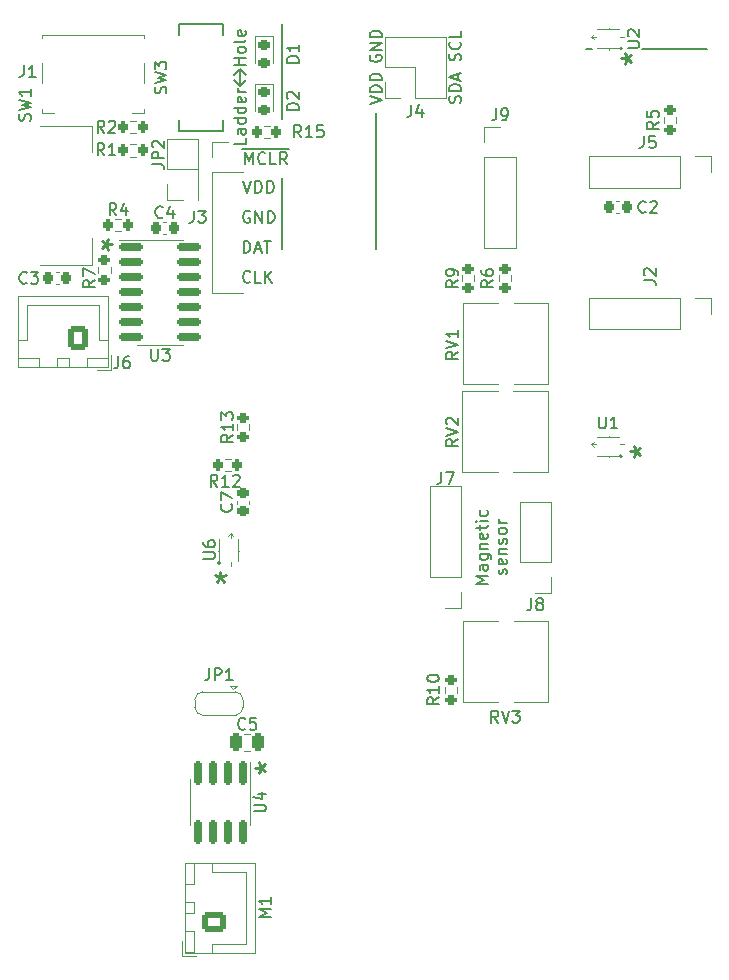
<source format=gto>
G04 #@! TF.GenerationSoftware,KiCad,Pcbnew,(6.0.10-0)*
G04 #@! TF.CreationDate,2024-01-08T12:33:33+09:00*
G04 #@! TF.ProjectId,AutoFeeder_Drum-type,4175746f-4665-4656-9465-725f4472756d,02*
G04 #@! TF.SameCoordinates,Original*
G04 #@! TF.FileFunction,Legend,Top*
G04 #@! TF.FilePolarity,Positive*
%FSLAX46Y46*%
G04 Gerber Fmt 4.6, Leading zero omitted, Abs format (unit mm)*
G04 Created by KiCad (PCBNEW (6.0.10-0)) date 2024-01-08 12:33:33*
%MOMM*%
%LPD*%
G01*
G04 APERTURE LIST*
G04 Aperture macros list*
%AMRoundRect*
0 Rectangle with rounded corners*
0 $1 Rounding radius*
0 $2 $3 $4 $5 $6 $7 $8 $9 X,Y pos of 4 corners*
0 Add a 4 corners polygon primitive as box body*
4,1,4,$2,$3,$4,$5,$6,$7,$8,$9,$2,$3,0*
0 Add four circle primitives for the rounded corners*
1,1,$1+$1,$2,$3*
1,1,$1+$1,$4,$5*
1,1,$1+$1,$6,$7*
1,1,$1+$1,$8,$9*
0 Add four rect primitives between the rounded corners*
20,1,$1+$1,$2,$3,$4,$5,0*
20,1,$1+$1,$4,$5,$6,$7,0*
20,1,$1+$1,$6,$7,$8,$9,0*
20,1,$1+$1,$8,$9,$2,$3,0*%
%AMFreePoly0*
4,1,22,0.550000,-0.750000,0.000000,-0.750000,0.000000,-0.745033,-0.079941,-0.743568,-0.215256,-0.701293,-0.333266,-0.622738,-0.424486,-0.514219,-0.481581,-0.384460,-0.499164,-0.250000,-0.500000,-0.250000,-0.500000,0.250000,-0.499164,0.250000,-0.499963,0.256109,-0.478152,0.396186,-0.417904,0.524511,-0.324060,0.630769,-0.204165,0.706417,-0.067858,0.745374,0.000000,0.744959,0.000000,0.750000,
0.550000,0.750000,0.550000,-0.750000,0.550000,-0.750000,$1*%
%AMFreePoly1*
4,1,20,0.000000,0.744959,0.073905,0.744508,0.209726,0.703889,0.328688,0.626782,0.421226,0.519385,0.479903,0.390333,0.500000,0.250000,0.500000,-0.250000,0.499851,-0.262216,0.476331,-0.402017,0.414519,-0.529596,0.319384,-0.634700,0.198574,-0.708877,0.061801,-0.746166,0.000000,-0.745033,0.000000,-0.750000,-0.550000,-0.750000,-0.550000,0.750000,0.000000,0.750000,0.000000,0.744959,
0.000000,0.744959,$1*%
G04 Aperture macros list end*
%ADD10C,0.150000*%
%ADD11C,0.250000*%
%ADD12C,0.120000*%
%ADD13C,0.100000*%
%ADD14C,0.200000*%
%ADD15R,0.700000X1.400000*%
%ADD16R,0.750000X1.400000*%
%ADD17R,0.800000X1.400000*%
%ADD18R,0.760000X1.400000*%
%ADD19O,1.100000X1.700000*%
%ADD20RoundRect,0.225000X-0.225000X-0.250000X0.225000X-0.250000X0.225000X0.250000X-0.225000X0.250000X0*%
%ADD21R,1.700000X1.700000*%
%ADD22O,1.700000X1.700000*%
%ADD23RoundRect,0.225000X-0.250000X0.225000X-0.250000X-0.225000X0.250000X-0.225000X0.250000X0.225000X0*%
%ADD24RoundRect,0.225000X0.225000X0.250000X-0.225000X0.250000X-0.225000X-0.250000X0.225000X-0.250000X0*%
%ADD25RoundRect,0.200000X-0.200000X-0.275000X0.200000X-0.275000X0.200000X0.275000X-0.200000X0.275000X0*%
%ADD26C,1.440000*%
%ADD27FreePoly0,180.000000*%
%ADD28R,1.000000X1.500000*%
%ADD29FreePoly1,180.000000*%
%ADD30C,1.100000*%
%ADD31R,1.800000X1.900000*%
%ADD32R,1.700000X1.800000*%
%ADD33C,2.000000*%
%ADD34R,0.400000X0.650000*%
%ADD35RoundRect,0.200000X0.275000X-0.200000X0.275000X0.200000X-0.275000X0.200000X-0.275000X-0.200000X0*%
%ADD36RoundRect,0.200000X0.200000X0.275000X-0.200000X0.275000X-0.200000X-0.275000X0.200000X-0.275000X0*%
%ADD37R,0.650000X0.400000*%
%ADD38RoundRect,0.200000X-0.275000X0.200000X-0.275000X-0.200000X0.275000X-0.200000X0.275000X0.200000X0*%
%ADD39RoundRect,0.150000X-0.150000X0.825000X-0.150000X-0.825000X0.150000X-0.825000X0.150000X0.825000X0*%
%ADD40C,2.200000*%
%ADD41RoundRect,0.250000X-0.250000X-0.475000X0.250000X-0.475000X0.250000X0.475000X-0.250000X0.475000X0*%
%ADD42RoundRect,0.150000X-0.825000X-0.150000X0.825000X-0.150000X0.825000X0.150000X-0.825000X0.150000X0*%
%ADD43RoundRect,0.218750X-0.256250X0.218750X-0.256250X-0.218750X0.256250X-0.218750X0.256250X0.218750X0*%
%ADD44RoundRect,0.250000X0.750000X-0.600000X0.750000X0.600000X-0.750000X0.600000X-0.750000X-0.600000X0*%
%ADD45O,2.000000X1.700000*%
%ADD46RoundRect,0.250000X0.600000X0.750000X-0.600000X0.750000X-0.600000X-0.750000X0.600000X-0.750000X0*%
%ADD47O,1.700000X2.000000*%
%ADD48C,1.700000*%
G04 APERTURE END LIST*
D10*
X155500000Y-65250000D02*
X156000000Y-65750000D01*
X155500000Y-64750000D02*
X156000000Y-64250000D01*
X167500000Y-68000000D02*
X167500000Y-79500000D01*
X190000000Y-62600000D02*
X195500000Y-62600000D01*
X150800000Y-68600000D02*
X150800000Y-69500000D01*
X156000000Y-65750000D02*
X156000000Y-64250000D01*
X154500000Y-69500000D02*
X154500000Y-68600000D01*
X156500000Y-65250000D02*
X156000000Y-65750000D01*
X150800000Y-60500000D02*
X150800000Y-61400000D01*
X150800000Y-69500000D02*
X154500000Y-69500000D01*
X156500000Y-64750000D02*
X156000000Y-64250000D01*
X154500000Y-60500000D02*
X150800000Y-60500000D01*
X159500000Y-73500000D02*
X159500000Y-79500000D01*
X159500000Y-60500000D02*
X159500000Y-68500000D01*
X185300000Y-62600000D02*
X185800000Y-62600000D01*
X154500000Y-61400000D02*
X154500000Y-60500000D01*
X156452380Y-70111714D02*
X156452380Y-70587904D01*
X155452380Y-70587904D01*
X156452380Y-69349809D02*
X155928571Y-69349809D01*
X155833333Y-69397428D01*
X155785714Y-69492666D01*
X155785714Y-69683142D01*
X155833333Y-69778380D01*
X156404761Y-69349809D02*
X156452380Y-69445047D01*
X156452380Y-69683142D01*
X156404761Y-69778380D01*
X156309523Y-69826000D01*
X156214285Y-69826000D01*
X156119047Y-69778380D01*
X156071428Y-69683142D01*
X156071428Y-69445047D01*
X156023809Y-69349809D01*
X156452380Y-68445047D02*
X155452380Y-68445047D01*
X156404761Y-68445047D02*
X156452380Y-68540285D01*
X156452380Y-68730761D01*
X156404761Y-68826000D01*
X156357142Y-68873619D01*
X156261904Y-68921238D01*
X155976190Y-68921238D01*
X155880952Y-68873619D01*
X155833333Y-68826000D01*
X155785714Y-68730761D01*
X155785714Y-68540285D01*
X155833333Y-68445047D01*
X156452380Y-67540285D02*
X155452380Y-67540285D01*
X156404761Y-67540285D02*
X156452380Y-67635523D01*
X156452380Y-67826000D01*
X156404761Y-67921238D01*
X156357142Y-67968857D01*
X156261904Y-68016476D01*
X155976190Y-68016476D01*
X155880952Y-67968857D01*
X155833333Y-67921238D01*
X155785714Y-67826000D01*
X155785714Y-67635523D01*
X155833333Y-67540285D01*
X156404761Y-66683142D02*
X156452380Y-66778380D01*
X156452380Y-66968857D01*
X156404761Y-67064095D01*
X156309523Y-67111714D01*
X155928571Y-67111714D01*
X155833333Y-67064095D01*
X155785714Y-66968857D01*
X155785714Y-66778380D01*
X155833333Y-66683142D01*
X155928571Y-66635523D01*
X156023809Y-66635523D01*
X156119047Y-67111714D01*
X156452380Y-66206952D02*
X155785714Y-66206952D01*
X155976190Y-66206952D02*
X155880952Y-66159333D01*
X155833333Y-66111714D01*
X155785714Y-66016476D01*
X155785714Y-65921238D01*
X166965380Y-67246333D02*
X167965380Y-66913000D01*
X166965380Y-66579666D01*
X167965380Y-66246333D02*
X166965380Y-66246333D01*
X166965380Y-66008238D01*
X167013000Y-65865380D01*
X167108238Y-65770142D01*
X167203476Y-65722523D01*
X167393952Y-65674904D01*
X167536809Y-65674904D01*
X167727285Y-65722523D01*
X167822523Y-65770142D01*
X167917761Y-65865380D01*
X167965380Y-66008238D01*
X167965380Y-66246333D01*
X167965380Y-65246333D02*
X166965380Y-65246333D01*
X166965380Y-65008238D01*
X167013000Y-64865380D01*
X167108238Y-64770142D01*
X167203476Y-64722523D01*
X167393952Y-64674904D01*
X167536809Y-64674904D01*
X167727285Y-64722523D01*
X167822523Y-64770142D01*
X167917761Y-64865380D01*
X167965380Y-65008238D01*
X167965380Y-65246333D01*
D11*
X189023761Y-96647000D02*
X189499952Y-96647000D01*
X189309476Y-97123190D02*
X189499952Y-96647000D01*
X189309476Y-96170809D01*
X189880904Y-96932714D02*
X189499952Y-96647000D01*
X189880904Y-96361285D01*
D10*
X174648761Y-63547476D02*
X174696380Y-63404619D01*
X174696380Y-63166523D01*
X174648761Y-63071285D01*
X174601142Y-63023666D01*
X174505904Y-62976047D01*
X174410666Y-62976047D01*
X174315428Y-63023666D01*
X174267809Y-63071285D01*
X174220190Y-63166523D01*
X174172571Y-63357000D01*
X174124952Y-63452238D01*
X174077333Y-63499857D01*
X173982095Y-63547476D01*
X173886857Y-63547476D01*
X173791619Y-63499857D01*
X173744000Y-63452238D01*
X173696380Y-63357000D01*
X173696380Y-63118904D01*
X173744000Y-62976047D01*
X174601142Y-61976047D02*
X174648761Y-62023666D01*
X174696380Y-62166523D01*
X174696380Y-62261761D01*
X174648761Y-62404619D01*
X174553523Y-62499857D01*
X174458285Y-62547476D01*
X174267809Y-62595095D01*
X174124952Y-62595095D01*
X173934476Y-62547476D01*
X173839238Y-62499857D01*
X173744000Y-62404619D01*
X173696380Y-62261761D01*
X173696380Y-62166523D01*
X173744000Y-62023666D01*
X173791619Y-61976047D01*
X174696380Y-61071285D02*
X174696380Y-61547476D01*
X173696380Y-61547476D01*
X156291595Y-79827380D02*
X156291595Y-78827380D01*
X156529690Y-78827380D01*
X156672547Y-78875000D01*
X156767785Y-78970238D01*
X156815404Y-79065476D01*
X156863023Y-79255952D01*
X156863023Y-79398809D01*
X156815404Y-79589285D01*
X156767785Y-79684523D01*
X156672547Y-79779761D01*
X156529690Y-79827380D01*
X156291595Y-79827380D01*
X157243976Y-79541666D02*
X157720166Y-79541666D01*
X157148738Y-79827380D02*
X157482071Y-78827380D01*
X157815404Y-79827380D01*
X158005880Y-78827380D02*
X158577309Y-78827380D01*
X158291595Y-79827380D02*
X158291595Y-78827380D01*
X156452380Y-63912571D02*
X155452380Y-63912571D01*
X155928571Y-63912571D02*
X155928571Y-63341142D01*
X156452380Y-63341142D02*
X155452380Y-63341142D01*
X156452380Y-62722095D02*
X156404761Y-62817333D01*
X156357142Y-62864952D01*
X156261904Y-62912571D01*
X155976190Y-62912571D01*
X155880952Y-62864952D01*
X155833333Y-62817333D01*
X155785714Y-62722095D01*
X155785714Y-62579238D01*
X155833333Y-62484000D01*
X155880952Y-62436380D01*
X155976190Y-62388761D01*
X156261904Y-62388761D01*
X156357142Y-62436380D01*
X156404761Y-62484000D01*
X156452380Y-62579238D01*
X156452380Y-62722095D01*
X156452380Y-61817333D02*
X156404761Y-61912571D01*
X156309523Y-61960190D01*
X155452380Y-61960190D01*
X156404761Y-61055428D02*
X156452380Y-61150666D01*
X156452380Y-61341142D01*
X156404761Y-61436380D01*
X156309523Y-61484000D01*
X155928571Y-61484000D01*
X155833333Y-61436380D01*
X155785714Y-61341142D01*
X155785714Y-61150666D01*
X155833333Y-61055428D01*
X155928571Y-61007809D01*
X156023809Y-61007809D01*
X156119047Y-61484000D01*
D11*
X188261761Y-63373000D02*
X188737952Y-63373000D01*
X188547476Y-63849190D02*
X188737952Y-63373000D01*
X188547476Y-62896809D01*
X189118904Y-63658714D02*
X188737952Y-63373000D01*
X189118904Y-63087285D01*
D10*
X174648761Y-67127285D02*
X174696380Y-66984428D01*
X174696380Y-66746333D01*
X174648761Y-66651095D01*
X174601142Y-66603476D01*
X174505904Y-66555857D01*
X174410666Y-66555857D01*
X174315428Y-66603476D01*
X174267809Y-66651095D01*
X174220190Y-66746333D01*
X174172571Y-66936809D01*
X174124952Y-67032047D01*
X174077333Y-67079666D01*
X173982095Y-67127285D01*
X173886857Y-67127285D01*
X173791619Y-67079666D01*
X173744000Y-67032047D01*
X173696380Y-66936809D01*
X173696380Y-66698714D01*
X173744000Y-66555857D01*
X174696380Y-66127285D02*
X173696380Y-66127285D01*
X173696380Y-65889190D01*
X173744000Y-65746333D01*
X173839238Y-65651095D01*
X173934476Y-65603476D01*
X174124952Y-65555857D01*
X174267809Y-65555857D01*
X174458285Y-65603476D01*
X174553523Y-65651095D01*
X174648761Y-65746333D01*
X174696380Y-65889190D01*
X174696380Y-66127285D01*
X174410666Y-65174904D02*
X174410666Y-64698714D01*
X174696380Y-65270142D02*
X173696380Y-64936809D01*
X174696380Y-64603476D01*
X156815404Y-76335000D02*
X156720166Y-76287380D01*
X156577309Y-76287380D01*
X156434452Y-76335000D01*
X156339214Y-76430238D01*
X156291595Y-76525476D01*
X156243976Y-76715952D01*
X156243976Y-76858809D01*
X156291595Y-77049285D01*
X156339214Y-77144523D01*
X156434452Y-77239761D01*
X156577309Y-77287380D01*
X156672547Y-77287380D01*
X156815404Y-77239761D01*
X156863023Y-77192142D01*
X156863023Y-76858809D01*
X156672547Y-76858809D01*
X157291595Y-77287380D02*
X157291595Y-76287380D01*
X157863023Y-77287380D01*
X157863023Y-76287380D01*
X158339214Y-77287380D02*
X158339214Y-76287380D01*
X158577309Y-76287380D01*
X158720166Y-76335000D01*
X158815404Y-76430238D01*
X158863023Y-76525476D01*
X158910642Y-76715952D01*
X158910642Y-76858809D01*
X158863023Y-77049285D01*
X158815404Y-77144523D01*
X158720166Y-77239761D01*
X158577309Y-77287380D01*
X158339214Y-77287380D01*
D11*
X145113238Y-79121000D02*
X144637047Y-79121000D01*
X144827523Y-78644809D02*
X144637047Y-79121000D01*
X144827523Y-79597190D01*
X144256095Y-78835285D02*
X144637047Y-79121000D01*
X144256095Y-79406714D01*
X154305000Y-106854761D02*
X154305000Y-107330952D01*
X153828809Y-107140476D02*
X154305000Y-107330952D01*
X154781190Y-107140476D01*
X154019285Y-107711904D02*
X154305000Y-107330952D01*
X154590714Y-107711904D01*
D10*
X156275738Y-73747380D02*
X156609071Y-74747380D01*
X156942404Y-73747380D01*
X157275738Y-74747380D02*
X157275738Y-73747380D01*
X157513833Y-73747380D01*
X157656690Y-73795000D01*
X157751928Y-73890238D01*
X157799547Y-73985476D01*
X157847166Y-74175952D01*
X157847166Y-74318809D01*
X157799547Y-74509285D01*
X157751928Y-74604523D01*
X157656690Y-74699761D01*
X157513833Y-74747380D01*
X157275738Y-74747380D01*
X158275738Y-74747380D02*
X158275738Y-73747380D01*
X158513833Y-73747380D01*
X158656690Y-73795000D01*
X158751928Y-73890238D01*
X158799547Y-73985476D01*
X158847166Y-74175952D01*
X158847166Y-74318809D01*
X158799547Y-74509285D01*
X158751928Y-74604523D01*
X158656690Y-74699761D01*
X158513833Y-74747380D01*
X158275738Y-74747380D01*
X167013000Y-63118904D02*
X166965380Y-63214142D01*
X166965380Y-63357000D01*
X167013000Y-63499857D01*
X167108238Y-63595095D01*
X167203476Y-63642714D01*
X167393952Y-63690333D01*
X167536809Y-63690333D01*
X167727285Y-63642714D01*
X167822523Y-63595095D01*
X167917761Y-63499857D01*
X167965380Y-63357000D01*
X167965380Y-63261761D01*
X167917761Y-63118904D01*
X167870142Y-63071285D01*
X167536809Y-63071285D01*
X167536809Y-63261761D01*
X167965380Y-62642714D02*
X166965380Y-62642714D01*
X167965380Y-62071285D01*
X166965380Y-62071285D01*
X167965380Y-61595095D02*
X166965380Y-61595095D01*
X166965380Y-61357000D01*
X167013000Y-61214142D01*
X167108238Y-61118904D01*
X167203476Y-61071285D01*
X167393952Y-61023666D01*
X167536809Y-61023666D01*
X167727285Y-61071285D01*
X167822523Y-61118904D01*
X167917761Y-61214142D01*
X167965380Y-61357000D01*
X167965380Y-61595095D01*
X156180500Y-71052000D02*
X157323357Y-71052000D01*
X156418595Y-72334380D02*
X156418595Y-71334380D01*
X156751928Y-72048666D01*
X157085261Y-71334380D01*
X157085261Y-72334380D01*
X157323357Y-71052000D02*
X158323357Y-71052000D01*
X158132880Y-72239142D02*
X158085261Y-72286761D01*
X157942404Y-72334380D01*
X157847166Y-72334380D01*
X157704309Y-72286761D01*
X157609071Y-72191523D01*
X157561452Y-72096285D01*
X157513833Y-71905809D01*
X157513833Y-71762952D01*
X157561452Y-71572476D01*
X157609071Y-71477238D01*
X157704309Y-71382000D01*
X157847166Y-71334380D01*
X157942404Y-71334380D01*
X158085261Y-71382000D01*
X158132880Y-71429619D01*
X158323357Y-71052000D02*
X159132880Y-71052000D01*
X159037642Y-72334380D02*
X158561452Y-72334380D01*
X158561452Y-71334380D01*
X159132880Y-71052000D02*
X160132880Y-71052000D01*
X159942404Y-72334380D02*
X159609071Y-71858190D01*
X159370976Y-72334380D02*
X159370976Y-71334380D01*
X159751928Y-71334380D01*
X159847166Y-71382000D01*
X159894785Y-71429619D01*
X159942404Y-71524857D01*
X159942404Y-71667714D01*
X159894785Y-71762952D01*
X159847166Y-71810571D01*
X159751928Y-71858190D01*
X159370976Y-71858190D01*
D11*
X157273761Y-123444000D02*
X157749952Y-123444000D01*
X157559476Y-123920190D02*
X157749952Y-123444000D01*
X157559476Y-122967809D01*
X158130904Y-123729714D02*
X157749952Y-123444000D01*
X158130904Y-123158285D01*
D10*
X176939380Y-107846428D02*
X175939380Y-107846428D01*
X176653666Y-107513095D01*
X175939380Y-107179761D01*
X176939380Y-107179761D01*
X176939380Y-106275000D02*
X176415571Y-106275000D01*
X176320333Y-106322619D01*
X176272714Y-106417857D01*
X176272714Y-106608333D01*
X176320333Y-106703571D01*
X176891761Y-106275000D02*
X176939380Y-106370238D01*
X176939380Y-106608333D01*
X176891761Y-106703571D01*
X176796523Y-106751190D01*
X176701285Y-106751190D01*
X176606047Y-106703571D01*
X176558428Y-106608333D01*
X176558428Y-106370238D01*
X176510809Y-106275000D01*
X176272714Y-105370238D02*
X177082238Y-105370238D01*
X177177476Y-105417857D01*
X177225095Y-105465476D01*
X177272714Y-105560714D01*
X177272714Y-105703571D01*
X177225095Y-105798809D01*
X176891761Y-105370238D02*
X176939380Y-105465476D01*
X176939380Y-105655952D01*
X176891761Y-105751190D01*
X176844142Y-105798809D01*
X176748904Y-105846428D01*
X176463190Y-105846428D01*
X176367952Y-105798809D01*
X176320333Y-105751190D01*
X176272714Y-105655952D01*
X176272714Y-105465476D01*
X176320333Y-105370238D01*
X176272714Y-104894047D02*
X176939380Y-104894047D01*
X176367952Y-104894047D02*
X176320333Y-104846428D01*
X176272714Y-104751190D01*
X176272714Y-104608333D01*
X176320333Y-104513095D01*
X176415571Y-104465476D01*
X176939380Y-104465476D01*
X176891761Y-103608333D02*
X176939380Y-103703571D01*
X176939380Y-103894047D01*
X176891761Y-103989285D01*
X176796523Y-104036904D01*
X176415571Y-104036904D01*
X176320333Y-103989285D01*
X176272714Y-103894047D01*
X176272714Y-103703571D01*
X176320333Y-103608333D01*
X176415571Y-103560714D01*
X176510809Y-103560714D01*
X176606047Y-104036904D01*
X176272714Y-103275000D02*
X176272714Y-102894047D01*
X175939380Y-103132142D02*
X176796523Y-103132142D01*
X176891761Y-103084523D01*
X176939380Y-102989285D01*
X176939380Y-102894047D01*
X176939380Y-102560714D02*
X176272714Y-102560714D01*
X175939380Y-102560714D02*
X175987000Y-102608333D01*
X176034619Y-102560714D01*
X175987000Y-102513095D01*
X175939380Y-102560714D01*
X176034619Y-102560714D01*
X176891761Y-101655952D02*
X176939380Y-101751190D01*
X176939380Y-101941666D01*
X176891761Y-102036904D01*
X176844142Y-102084523D01*
X176748904Y-102132142D01*
X176463190Y-102132142D01*
X176367952Y-102084523D01*
X176320333Y-102036904D01*
X176272714Y-101941666D01*
X176272714Y-101751190D01*
X176320333Y-101655952D01*
X178501761Y-107036904D02*
X178549380Y-106941666D01*
X178549380Y-106751190D01*
X178501761Y-106655952D01*
X178406523Y-106608333D01*
X178358904Y-106608333D01*
X178263666Y-106655952D01*
X178216047Y-106751190D01*
X178216047Y-106894047D01*
X178168428Y-106989285D01*
X178073190Y-107036904D01*
X178025571Y-107036904D01*
X177930333Y-106989285D01*
X177882714Y-106894047D01*
X177882714Y-106751190D01*
X177930333Y-106655952D01*
X178501761Y-105798809D02*
X178549380Y-105894047D01*
X178549380Y-106084523D01*
X178501761Y-106179761D01*
X178406523Y-106227380D01*
X178025571Y-106227380D01*
X177930333Y-106179761D01*
X177882714Y-106084523D01*
X177882714Y-105894047D01*
X177930333Y-105798809D01*
X178025571Y-105751190D01*
X178120809Y-105751190D01*
X178216047Y-106227380D01*
X177882714Y-105322619D02*
X178549380Y-105322619D01*
X177977952Y-105322619D02*
X177930333Y-105275000D01*
X177882714Y-105179761D01*
X177882714Y-105036904D01*
X177930333Y-104941666D01*
X178025571Y-104894047D01*
X178549380Y-104894047D01*
X178501761Y-104465476D02*
X178549380Y-104370238D01*
X178549380Y-104179761D01*
X178501761Y-104084523D01*
X178406523Y-104036904D01*
X178358904Y-104036904D01*
X178263666Y-104084523D01*
X178216047Y-104179761D01*
X178216047Y-104322619D01*
X178168428Y-104417857D01*
X178073190Y-104465476D01*
X178025571Y-104465476D01*
X177930333Y-104417857D01*
X177882714Y-104322619D01*
X177882714Y-104179761D01*
X177930333Y-104084523D01*
X178549380Y-103465476D02*
X178501761Y-103560714D01*
X178454142Y-103608333D01*
X178358904Y-103655952D01*
X178073190Y-103655952D01*
X177977952Y-103608333D01*
X177930333Y-103560714D01*
X177882714Y-103465476D01*
X177882714Y-103322619D01*
X177930333Y-103227380D01*
X177977952Y-103179761D01*
X178073190Y-103132142D01*
X178358904Y-103132142D01*
X178454142Y-103179761D01*
X178501761Y-103227380D01*
X178549380Y-103322619D01*
X178549380Y-103465476D01*
X178549380Y-102703571D02*
X177882714Y-102703571D01*
X178073190Y-102703571D02*
X177977952Y-102655952D01*
X177930333Y-102608333D01*
X177882714Y-102513095D01*
X177882714Y-102417857D01*
X156863023Y-82272142D02*
X156815404Y-82319761D01*
X156672547Y-82367380D01*
X156577309Y-82367380D01*
X156434452Y-82319761D01*
X156339214Y-82224523D01*
X156291595Y-82129285D01*
X156243976Y-81938809D01*
X156243976Y-81795952D01*
X156291595Y-81605476D01*
X156339214Y-81510238D01*
X156434452Y-81415000D01*
X156577309Y-81367380D01*
X156672547Y-81367380D01*
X156815404Y-81415000D01*
X156863023Y-81462619D01*
X157767785Y-82367380D02*
X157291595Y-82367380D01*
X157291595Y-81367380D01*
X158101119Y-82367380D02*
X158101119Y-81367380D01*
X158672547Y-82367380D02*
X158243976Y-81795952D01*
X158672547Y-81367380D02*
X158101119Y-81938809D01*
X137666666Y-63952380D02*
X137666666Y-64666666D01*
X137619047Y-64809523D01*
X137523809Y-64904761D01*
X137380952Y-64952380D01*
X137285714Y-64952380D01*
X138666666Y-64952380D02*
X138095238Y-64952380D01*
X138380952Y-64952380D02*
X138380952Y-63952380D01*
X138285714Y-64095238D01*
X138190476Y-64190476D01*
X138095238Y-64238095D01*
X190333333Y-76357142D02*
X190285714Y-76404761D01*
X190142857Y-76452380D01*
X190047619Y-76452380D01*
X189904761Y-76404761D01*
X189809523Y-76309523D01*
X189761904Y-76214285D01*
X189714285Y-76023809D01*
X189714285Y-75880952D01*
X189761904Y-75690476D01*
X189809523Y-75595238D01*
X189904761Y-75500000D01*
X190047619Y-75452380D01*
X190142857Y-75452380D01*
X190285714Y-75500000D01*
X190333333Y-75547619D01*
X190714285Y-75547619D02*
X190761904Y-75500000D01*
X190857142Y-75452380D01*
X191095238Y-75452380D01*
X191190476Y-75500000D01*
X191238095Y-75547619D01*
X191285714Y-75642857D01*
X191285714Y-75738095D01*
X191238095Y-75880952D01*
X190666666Y-76452380D01*
X191285714Y-76452380D01*
X148552380Y-72333333D02*
X149266666Y-72333333D01*
X149409523Y-72380952D01*
X149504761Y-72476190D01*
X149552380Y-72619047D01*
X149552380Y-72714285D01*
X149552380Y-71857142D02*
X148552380Y-71857142D01*
X148552380Y-71476190D01*
X148600000Y-71380952D01*
X148647619Y-71333333D01*
X148742857Y-71285714D01*
X148885714Y-71285714D01*
X148980952Y-71333333D01*
X149028571Y-71380952D01*
X149076190Y-71476190D01*
X149076190Y-71857142D01*
X148647619Y-70904761D02*
X148600000Y-70857142D01*
X148552380Y-70761904D01*
X148552380Y-70523809D01*
X148600000Y-70428571D01*
X148647619Y-70380952D01*
X148742857Y-70333333D01*
X148838095Y-70333333D01*
X148980952Y-70380952D01*
X149552380Y-70952380D01*
X149552380Y-70333333D01*
X155246142Y-101131666D02*
X155293761Y-101179285D01*
X155341380Y-101322142D01*
X155341380Y-101417380D01*
X155293761Y-101560238D01*
X155198523Y-101655476D01*
X155103285Y-101703095D01*
X154912809Y-101750714D01*
X154769952Y-101750714D01*
X154579476Y-101703095D01*
X154484238Y-101655476D01*
X154389000Y-101560238D01*
X154341380Y-101417380D01*
X154341380Y-101322142D01*
X154389000Y-101179285D01*
X154436619Y-101131666D01*
X154341380Y-100798333D02*
X154341380Y-100131666D01*
X155341380Y-100560238D01*
X149439333Y-76811142D02*
X149391714Y-76858761D01*
X149248857Y-76906380D01*
X149153619Y-76906380D01*
X149010761Y-76858761D01*
X148915523Y-76763523D01*
X148867904Y-76668285D01*
X148820285Y-76477809D01*
X148820285Y-76334952D01*
X148867904Y-76144476D01*
X148915523Y-76049238D01*
X149010761Y-75954000D01*
X149153619Y-75906380D01*
X149248857Y-75906380D01*
X149391714Y-75954000D01*
X149439333Y-76001619D01*
X150296476Y-76239714D02*
X150296476Y-76906380D01*
X150058380Y-75858761D02*
X149820285Y-76573047D01*
X150439333Y-76573047D01*
X145502333Y-76652380D02*
X145169000Y-76176190D01*
X144930904Y-76652380D02*
X144930904Y-75652380D01*
X145311857Y-75652380D01*
X145407095Y-75700000D01*
X145454714Y-75747619D01*
X145502333Y-75842857D01*
X145502333Y-75985714D01*
X145454714Y-76080952D01*
X145407095Y-76128571D01*
X145311857Y-76176190D01*
X144930904Y-76176190D01*
X146359476Y-75985714D02*
X146359476Y-76652380D01*
X146121380Y-75604761D02*
X145883285Y-76319047D01*
X146502333Y-76319047D01*
X174442380Y-95610238D02*
X173966190Y-95943571D01*
X174442380Y-96181666D02*
X173442380Y-96181666D01*
X173442380Y-95800714D01*
X173490000Y-95705476D01*
X173537619Y-95657857D01*
X173632857Y-95610238D01*
X173775714Y-95610238D01*
X173870952Y-95657857D01*
X173918571Y-95705476D01*
X173966190Y-95800714D01*
X173966190Y-96181666D01*
X173442380Y-95324523D02*
X174442380Y-94991190D01*
X173442380Y-94657857D01*
X173537619Y-94372142D02*
X173490000Y-94324523D01*
X173442380Y-94229285D01*
X173442380Y-93991190D01*
X173490000Y-93895952D01*
X173537619Y-93848333D01*
X173632857Y-93800714D01*
X173728095Y-93800714D01*
X173870952Y-93848333D01*
X174442380Y-94419761D01*
X174442380Y-93800714D01*
X153366666Y-115022380D02*
X153366666Y-115736666D01*
X153319047Y-115879523D01*
X153223809Y-115974761D01*
X153080952Y-116022380D01*
X152985714Y-116022380D01*
X153842857Y-116022380D02*
X153842857Y-115022380D01*
X154223809Y-115022380D01*
X154319047Y-115070000D01*
X154366666Y-115117619D01*
X154414285Y-115212857D01*
X154414285Y-115355714D01*
X154366666Y-115450952D01*
X154319047Y-115498571D01*
X154223809Y-115546190D01*
X153842857Y-115546190D01*
X155366666Y-116022380D02*
X154795238Y-116022380D01*
X155080952Y-116022380D02*
X155080952Y-115022380D01*
X154985714Y-115165238D01*
X154890476Y-115260476D01*
X154795238Y-115308095D01*
X177666666Y-67622380D02*
X177666666Y-68336666D01*
X177619047Y-68479523D01*
X177523809Y-68574761D01*
X177380952Y-68622380D01*
X177285714Y-68622380D01*
X178190476Y-68622380D02*
X178380952Y-68622380D01*
X178476190Y-68574761D01*
X178523809Y-68527142D01*
X178619047Y-68384285D01*
X178666666Y-68193809D01*
X178666666Y-67812857D01*
X178619047Y-67717619D01*
X178571428Y-67670000D01*
X178476190Y-67622380D01*
X178285714Y-67622380D01*
X178190476Y-67670000D01*
X178142857Y-67717619D01*
X178095238Y-67812857D01*
X178095238Y-68050952D01*
X178142857Y-68146190D01*
X178190476Y-68193809D01*
X178285714Y-68241428D01*
X178476190Y-68241428D01*
X178571428Y-68193809D01*
X178619047Y-68146190D01*
X178666666Y-68050952D01*
X138199761Y-68643333D02*
X138247380Y-68500476D01*
X138247380Y-68262380D01*
X138199761Y-68167142D01*
X138152142Y-68119523D01*
X138056904Y-68071904D01*
X137961666Y-68071904D01*
X137866428Y-68119523D01*
X137818809Y-68167142D01*
X137771190Y-68262380D01*
X137723571Y-68452857D01*
X137675952Y-68548095D01*
X137628333Y-68595714D01*
X137533095Y-68643333D01*
X137437857Y-68643333D01*
X137342619Y-68595714D01*
X137295000Y-68548095D01*
X137247380Y-68452857D01*
X137247380Y-68214761D01*
X137295000Y-68071904D01*
X137247380Y-67738571D02*
X138247380Y-67500476D01*
X137533095Y-67310000D01*
X138247380Y-67119523D01*
X137247380Y-66881428D01*
X138247380Y-65976666D02*
X138247380Y-66548095D01*
X138247380Y-66262380D02*
X137247380Y-66262380D01*
X137390238Y-66357619D01*
X137485476Y-66452857D01*
X137533095Y-66548095D01*
X180641666Y-109097380D02*
X180641666Y-109811666D01*
X180594047Y-109954523D01*
X180498809Y-110049761D01*
X180355952Y-110097380D01*
X180260714Y-110097380D01*
X181260714Y-109525952D02*
X181165476Y-109478333D01*
X181117857Y-109430714D01*
X181070238Y-109335476D01*
X181070238Y-109287857D01*
X181117857Y-109192619D01*
X181165476Y-109145000D01*
X181260714Y-109097380D01*
X181451190Y-109097380D01*
X181546428Y-109145000D01*
X181594047Y-109192619D01*
X181641666Y-109287857D01*
X181641666Y-109335476D01*
X181594047Y-109430714D01*
X181546428Y-109478333D01*
X181451190Y-109525952D01*
X181260714Y-109525952D01*
X181165476Y-109573571D01*
X181117857Y-109621190D01*
X181070238Y-109716428D01*
X181070238Y-109906904D01*
X181117857Y-110002142D01*
X181165476Y-110049761D01*
X181260714Y-110097380D01*
X181451190Y-110097380D01*
X181546428Y-110049761D01*
X181594047Y-110002142D01*
X181641666Y-109906904D01*
X181641666Y-109716428D01*
X181594047Y-109621190D01*
X181546428Y-109573571D01*
X181451190Y-109525952D01*
X152868380Y-105761904D02*
X153677904Y-105761904D01*
X153773142Y-105714285D01*
X153820761Y-105666666D01*
X153868380Y-105571428D01*
X153868380Y-105380952D01*
X153820761Y-105285714D01*
X153773142Y-105238095D01*
X153677904Y-105190476D01*
X152868380Y-105190476D01*
X152868380Y-104285714D02*
X152868380Y-104476190D01*
X152916000Y-104571428D01*
X152963619Y-104619047D01*
X153106476Y-104714285D01*
X153296952Y-104761904D01*
X153677904Y-104761904D01*
X153773142Y-104714285D01*
X153820761Y-104666666D01*
X153868380Y-104571428D01*
X153868380Y-104380952D01*
X153820761Y-104285714D01*
X153773142Y-104238095D01*
X153677904Y-104190476D01*
X153439809Y-104190476D01*
X153344571Y-104238095D01*
X153296952Y-104285714D01*
X153249333Y-104380952D01*
X153249333Y-104571428D01*
X153296952Y-104666666D01*
X153344571Y-104714285D01*
X153439809Y-104761904D01*
X190172380Y-82163332D02*
X190886666Y-82163332D01*
X191029523Y-82210951D01*
X191124761Y-82306189D01*
X191172380Y-82449046D01*
X191172380Y-82544284D01*
X190267619Y-81734760D02*
X190220000Y-81687141D01*
X190172380Y-81591903D01*
X190172380Y-81353808D01*
X190220000Y-81258570D01*
X190267619Y-81210951D01*
X190362857Y-81163332D01*
X190458095Y-81163332D01*
X190600952Y-81210951D01*
X191172380Y-81782379D01*
X191172380Y-81163332D01*
X155392380Y-95257857D02*
X154916190Y-95591190D01*
X155392380Y-95829285D02*
X154392380Y-95829285D01*
X154392380Y-95448333D01*
X154440000Y-95353095D01*
X154487619Y-95305476D01*
X154582857Y-95257857D01*
X154725714Y-95257857D01*
X154820952Y-95305476D01*
X154868571Y-95353095D01*
X154916190Y-95448333D01*
X154916190Y-95829285D01*
X155392380Y-94305476D02*
X155392380Y-94876904D01*
X155392380Y-94591190D02*
X154392380Y-94591190D01*
X154535238Y-94686428D01*
X154630476Y-94781666D01*
X154678095Y-94876904D01*
X154392380Y-93972142D02*
X154392380Y-93353095D01*
X154773333Y-93686428D01*
X154773333Y-93543571D01*
X154820952Y-93448333D01*
X154868571Y-93400714D01*
X154963809Y-93353095D01*
X155201904Y-93353095D01*
X155297142Y-93400714D01*
X155344761Y-93448333D01*
X155392380Y-93543571D01*
X155392380Y-93829285D01*
X155344761Y-93924523D01*
X155297142Y-93972142D01*
X154059884Y-99639380D02*
X153726551Y-99163190D01*
X153488456Y-99639380D02*
X153488456Y-98639380D01*
X153869408Y-98639380D01*
X153964646Y-98687000D01*
X154012265Y-98734619D01*
X154059884Y-98829857D01*
X154059884Y-98972714D01*
X154012265Y-99067952D01*
X153964646Y-99115571D01*
X153869408Y-99163190D01*
X153488456Y-99163190D01*
X155012265Y-99639380D02*
X154440837Y-99639380D01*
X154726551Y-99639380D02*
X154726551Y-98639380D01*
X154631313Y-98782238D01*
X154536075Y-98877476D01*
X154440837Y-98925095D01*
X155393218Y-98734619D02*
X155440837Y-98687000D01*
X155536075Y-98639380D01*
X155774170Y-98639380D01*
X155869408Y-98687000D01*
X155917027Y-98734619D01*
X155964646Y-98829857D01*
X155964646Y-98925095D01*
X155917027Y-99067952D01*
X155345599Y-99639380D01*
X155964646Y-99639380D01*
X186368095Y-93712380D02*
X186368095Y-94521904D01*
X186415714Y-94617142D01*
X186463333Y-94664761D01*
X186558571Y-94712380D01*
X186749047Y-94712380D01*
X186844285Y-94664761D01*
X186891904Y-94617142D01*
X186939523Y-94521904D01*
X186939523Y-93712380D01*
X187939523Y-94712380D02*
X187368095Y-94712380D01*
X187653809Y-94712380D02*
X187653809Y-93712380D01*
X187558571Y-93855238D01*
X187463333Y-93950476D01*
X187368095Y-93998095D01*
X172815380Y-117482857D02*
X172339190Y-117816190D01*
X172815380Y-118054285D02*
X171815380Y-118054285D01*
X171815380Y-117673333D01*
X171863000Y-117578095D01*
X171910619Y-117530476D01*
X172005857Y-117482857D01*
X172148714Y-117482857D01*
X172243952Y-117530476D01*
X172291571Y-117578095D01*
X172339190Y-117673333D01*
X172339190Y-118054285D01*
X172815380Y-116530476D02*
X172815380Y-117101904D01*
X172815380Y-116816190D02*
X171815380Y-116816190D01*
X171958238Y-116911428D01*
X172053476Y-117006666D01*
X172101095Y-117101904D01*
X171815380Y-115911428D02*
X171815380Y-115816190D01*
X171863000Y-115720952D01*
X171910619Y-115673333D01*
X172005857Y-115625714D01*
X172196333Y-115578095D01*
X172434428Y-115578095D01*
X172624904Y-115625714D01*
X172720142Y-115673333D01*
X172767761Y-115720952D01*
X172815380Y-115816190D01*
X172815380Y-115911428D01*
X172767761Y-116006666D01*
X172720142Y-116054285D01*
X172624904Y-116101904D01*
X172434428Y-116149523D01*
X172196333Y-116149523D01*
X172005857Y-116101904D01*
X171910619Y-116054285D01*
X171863000Y-116006666D01*
X171815380Y-115911428D01*
X174442380Y-82166666D02*
X173966190Y-82500000D01*
X174442380Y-82738095D02*
X173442380Y-82738095D01*
X173442380Y-82357142D01*
X173490000Y-82261904D01*
X173537619Y-82214285D01*
X173632857Y-82166666D01*
X173775714Y-82166666D01*
X173870952Y-82214285D01*
X173918571Y-82261904D01*
X173966190Y-82357142D01*
X173966190Y-82738095D01*
X174442380Y-81690476D02*
X174442380Y-81500000D01*
X174394761Y-81404761D01*
X174347142Y-81357142D01*
X174204285Y-81261904D01*
X174013809Y-81214285D01*
X173632857Y-81214285D01*
X173537619Y-81261904D01*
X173490000Y-81309523D01*
X173442380Y-81404761D01*
X173442380Y-81595238D01*
X173490000Y-81690476D01*
X173537619Y-81738095D01*
X173632857Y-81785714D01*
X173870952Y-81785714D01*
X173966190Y-81738095D01*
X174013809Y-81690476D01*
X174061428Y-81595238D01*
X174061428Y-81404761D01*
X174013809Y-81309523D01*
X173966190Y-81261904D01*
X173870952Y-81214285D01*
X161155142Y-70048380D02*
X160821809Y-69572190D01*
X160583714Y-70048380D02*
X160583714Y-69048380D01*
X160964666Y-69048380D01*
X161059904Y-69096000D01*
X161107523Y-69143619D01*
X161155142Y-69238857D01*
X161155142Y-69381714D01*
X161107523Y-69476952D01*
X161059904Y-69524571D01*
X160964666Y-69572190D01*
X160583714Y-69572190D01*
X162107523Y-70048380D02*
X161536095Y-70048380D01*
X161821809Y-70048380D02*
X161821809Y-69048380D01*
X161726571Y-69191238D01*
X161631333Y-69286476D01*
X161536095Y-69334095D01*
X163012285Y-69048380D02*
X162536095Y-69048380D01*
X162488476Y-69524571D01*
X162536095Y-69476952D01*
X162631333Y-69429333D01*
X162869428Y-69429333D01*
X162964666Y-69476952D01*
X163012285Y-69524571D01*
X163059904Y-69619809D01*
X163059904Y-69857904D01*
X163012285Y-69953142D01*
X162964666Y-70000761D01*
X162869428Y-70048380D01*
X162631333Y-70048380D01*
X162536095Y-70000761D01*
X162488476Y-69953142D01*
X170481666Y-67309380D02*
X170481666Y-68023666D01*
X170434047Y-68166523D01*
X170338809Y-68261761D01*
X170195952Y-68309380D01*
X170100714Y-68309380D01*
X171386428Y-67642714D02*
X171386428Y-68309380D01*
X171148333Y-67261761D02*
X170910238Y-67976047D01*
X171529285Y-67976047D01*
X174442380Y-88225238D02*
X173966190Y-88558571D01*
X174442380Y-88796666D02*
X173442380Y-88796666D01*
X173442380Y-88415714D01*
X173490000Y-88320476D01*
X173537619Y-88272857D01*
X173632857Y-88225238D01*
X173775714Y-88225238D01*
X173870952Y-88272857D01*
X173918571Y-88320476D01*
X173966190Y-88415714D01*
X173966190Y-88796666D01*
X173442380Y-87939523D02*
X174442380Y-87606190D01*
X173442380Y-87272857D01*
X174442380Y-86415714D02*
X174442380Y-86987142D01*
X174442380Y-86701428D02*
X173442380Y-86701428D01*
X173585238Y-86796666D01*
X173680476Y-86891904D01*
X173728095Y-86987142D01*
X157157380Y-127126904D02*
X157966904Y-127126904D01*
X158062142Y-127079285D01*
X158109761Y-127031666D01*
X158157380Y-126936428D01*
X158157380Y-126745952D01*
X158109761Y-126650714D01*
X158062142Y-126603095D01*
X157966904Y-126555476D01*
X157157380Y-126555476D01*
X157490714Y-125650714D02*
X158157380Y-125650714D01*
X157109761Y-125888809D02*
X157824047Y-126126904D01*
X157824047Y-125507857D01*
X188802380Y-62491904D02*
X189611904Y-62491904D01*
X189707142Y-62444285D01*
X189754761Y-62396666D01*
X189802380Y-62301428D01*
X189802380Y-62110952D01*
X189754761Y-62015714D01*
X189707142Y-61968095D01*
X189611904Y-61920476D01*
X188802380Y-61920476D01*
X188897619Y-61491904D02*
X188850000Y-61444285D01*
X188802380Y-61349047D01*
X188802380Y-61110952D01*
X188850000Y-61015714D01*
X188897619Y-60968095D01*
X188992857Y-60920476D01*
X189088095Y-60920476D01*
X189230952Y-60968095D01*
X189802380Y-61539523D01*
X189802380Y-60920476D01*
X177387380Y-82166666D02*
X176911190Y-82500000D01*
X177387380Y-82738095D02*
X176387380Y-82738095D01*
X176387380Y-82357142D01*
X176435000Y-82261904D01*
X176482619Y-82214285D01*
X176577857Y-82166666D01*
X176720714Y-82166666D01*
X176815952Y-82214285D01*
X176863571Y-82261904D01*
X176911190Y-82357142D01*
X176911190Y-82738095D01*
X176387380Y-81309523D02*
X176387380Y-81500000D01*
X176435000Y-81595238D01*
X176482619Y-81642857D01*
X176625476Y-81738095D01*
X176815952Y-81785714D01*
X177196904Y-81785714D01*
X177292142Y-81738095D01*
X177339761Y-81690476D01*
X177387380Y-81595238D01*
X177387380Y-81404761D01*
X177339761Y-81309523D01*
X177292142Y-81261904D01*
X177196904Y-81214285D01*
X176958809Y-81214285D01*
X176863571Y-81261904D01*
X176815952Y-81309523D01*
X176768333Y-81404761D01*
X176768333Y-81595238D01*
X176815952Y-81690476D01*
X176863571Y-81738095D01*
X176958809Y-81785714D01*
X152066666Y-76282380D02*
X152066666Y-76996666D01*
X152019047Y-77139523D01*
X151923809Y-77234761D01*
X151780952Y-77282380D01*
X151685714Y-77282380D01*
X152447619Y-76282380D02*
X153066666Y-76282380D01*
X152733333Y-76663333D01*
X152876190Y-76663333D01*
X152971428Y-76710952D01*
X153019047Y-76758571D01*
X153066666Y-76853809D01*
X153066666Y-77091904D01*
X153019047Y-77187142D01*
X152971428Y-77234761D01*
X152876190Y-77282380D01*
X152590476Y-77282380D01*
X152495238Y-77234761D01*
X152447619Y-77187142D01*
X173021666Y-98385380D02*
X173021666Y-99099666D01*
X172974047Y-99242523D01*
X172878809Y-99337761D01*
X172735952Y-99385380D01*
X172640714Y-99385380D01*
X173402619Y-98385380D02*
X174069285Y-98385380D01*
X173640714Y-99385380D01*
X156424333Y-120118142D02*
X156376714Y-120165761D01*
X156233857Y-120213380D01*
X156138619Y-120213380D01*
X155995761Y-120165761D01*
X155900523Y-120070523D01*
X155852904Y-119975285D01*
X155805285Y-119784809D01*
X155805285Y-119641952D01*
X155852904Y-119451476D01*
X155900523Y-119356238D01*
X155995761Y-119261000D01*
X156138619Y-119213380D01*
X156233857Y-119213380D01*
X156376714Y-119261000D01*
X156424333Y-119308619D01*
X157329095Y-119213380D02*
X156852904Y-119213380D01*
X156805285Y-119689571D01*
X156852904Y-119641952D01*
X156948142Y-119594333D01*
X157186238Y-119594333D01*
X157281476Y-119641952D01*
X157329095Y-119689571D01*
X157376714Y-119784809D01*
X157376714Y-120022904D01*
X157329095Y-120118142D01*
X157281476Y-120165761D01*
X157186238Y-120213380D01*
X156948142Y-120213380D01*
X156852904Y-120165761D01*
X156805285Y-120118142D01*
X191427380Y-68746666D02*
X190951190Y-69080000D01*
X191427380Y-69318095D02*
X190427380Y-69318095D01*
X190427380Y-68937142D01*
X190475000Y-68841904D01*
X190522619Y-68794285D01*
X190617857Y-68746666D01*
X190760714Y-68746666D01*
X190855952Y-68794285D01*
X190903571Y-68841904D01*
X190951190Y-68937142D01*
X190951190Y-69318095D01*
X190427380Y-67841904D02*
X190427380Y-68318095D01*
X190903571Y-68365714D01*
X190855952Y-68318095D01*
X190808333Y-68222857D01*
X190808333Y-67984761D01*
X190855952Y-67889523D01*
X190903571Y-67841904D01*
X190998809Y-67794285D01*
X191236904Y-67794285D01*
X191332142Y-67841904D01*
X191379761Y-67889523D01*
X191427380Y-67984761D01*
X191427380Y-68222857D01*
X191379761Y-68318095D01*
X191332142Y-68365714D01*
X148463095Y-87971380D02*
X148463095Y-88780904D01*
X148510714Y-88876142D01*
X148558333Y-88923761D01*
X148653571Y-88971380D01*
X148844047Y-88971380D01*
X148939285Y-88923761D01*
X148986904Y-88876142D01*
X149034523Y-88780904D01*
X149034523Y-87971380D01*
X149415476Y-87971380D02*
X150034523Y-87971380D01*
X149701190Y-88352333D01*
X149844047Y-88352333D01*
X149939285Y-88399952D01*
X149986904Y-88447571D01*
X150034523Y-88542809D01*
X150034523Y-88780904D01*
X149986904Y-88876142D01*
X149939285Y-88923761D01*
X149844047Y-88971380D01*
X149558333Y-88971380D01*
X149463095Y-88923761D01*
X149415476Y-88876142D01*
X160952380Y-67738095D02*
X159952380Y-67738095D01*
X159952380Y-67500000D01*
X160000000Y-67357142D01*
X160095238Y-67261904D01*
X160190476Y-67214285D01*
X160380952Y-67166666D01*
X160523809Y-67166666D01*
X160714285Y-67214285D01*
X160809523Y-67261904D01*
X160904761Y-67357142D01*
X160952380Y-67500000D01*
X160952380Y-67738095D01*
X160047619Y-66785714D02*
X160000000Y-66738095D01*
X159952380Y-66642857D01*
X159952380Y-66404761D01*
X160000000Y-66309523D01*
X160047619Y-66261904D01*
X160142857Y-66214285D01*
X160238095Y-66214285D01*
X160380952Y-66261904D01*
X160952380Y-66833333D01*
X160952380Y-66214285D01*
X177844761Y-119612380D02*
X177511428Y-119136190D01*
X177273333Y-119612380D02*
X177273333Y-118612380D01*
X177654285Y-118612380D01*
X177749523Y-118660000D01*
X177797142Y-118707619D01*
X177844761Y-118802857D01*
X177844761Y-118945714D01*
X177797142Y-119040952D01*
X177749523Y-119088571D01*
X177654285Y-119136190D01*
X177273333Y-119136190D01*
X178130476Y-118612380D02*
X178463809Y-119612380D01*
X178797142Y-118612380D01*
X179035238Y-118612380D02*
X179654285Y-118612380D01*
X179320952Y-118993333D01*
X179463809Y-118993333D01*
X179559047Y-119040952D01*
X179606666Y-119088571D01*
X179654285Y-119183809D01*
X179654285Y-119421904D01*
X179606666Y-119517142D01*
X179559047Y-119564761D01*
X179463809Y-119612380D01*
X179178095Y-119612380D01*
X179082857Y-119564761D01*
X179035238Y-119517142D01*
X158567380Y-136084523D02*
X157567380Y-136084523D01*
X158281666Y-135751190D01*
X157567380Y-135417857D01*
X158567380Y-135417857D01*
X158567380Y-134417857D02*
X158567380Y-134989285D01*
X158567380Y-134703571D02*
X157567380Y-134703571D01*
X157710238Y-134798809D01*
X157805476Y-134894047D01*
X157853095Y-134989285D01*
X145666666Y-88602380D02*
X145666666Y-89316666D01*
X145619047Y-89459523D01*
X145523809Y-89554761D01*
X145380952Y-89602380D01*
X145285714Y-89602380D01*
X146571428Y-88602380D02*
X146380952Y-88602380D01*
X146285714Y-88650000D01*
X146238095Y-88697619D01*
X146142857Y-88840476D01*
X146095238Y-89030952D01*
X146095238Y-89411904D01*
X146142857Y-89507142D01*
X146190476Y-89554761D01*
X146285714Y-89602380D01*
X146476190Y-89602380D01*
X146571428Y-89554761D01*
X146619047Y-89507142D01*
X146666666Y-89411904D01*
X146666666Y-89173809D01*
X146619047Y-89078571D01*
X146571428Y-89030952D01*
X146476190Y-88983333D01*
X146285714Y-88983333D01*
X146190476Y-89030952D01*
X146142857Y-89078571D01*
X146095238Y-89173809D01*
X160952380Y-63738095D02*
X159952380Y-63738095D01*
X159952380Y-63500000D01*
X160000000Y-63357142D01*
X160095238Y-63261904D01*
X160190476Y-63214285D01*
X160380952Y-63166666D01*
X160523809Y-63166666D01*
X160714285Y-63214285D01*
X160809523Y-63261904D01*
X160904761Y-63357142D01*
X160952380Y-63500000D01*
X160952380Y-63738095D01*
X160952380Y-62214285D02*
X160952380Y-62785714D01*
X160952380Y-62500000D02*
X159952380Y-62500000D01*
X160095238Y-62595238D01*
X160190476Y-62690476D01*
X160238095Y-62785714D01*
X143708380Y-82166666D02*
X143232190Y-82500000D01*
X143708380Y-82738095D02*
X142708380Y-82738095D01*
X142708380Y-82357142D01*
X142756000Y-82261904D01*
X142803619Y-82214285D01*
X142898857Y-82166666D01*
X143041714Y-82166666D01*
X143136952Y-82214285D01*
X143184571Y-82261904D01*
X143232190Y-82357142D01*
X143232190Y-82738095D01*
X142708380Y-81833333D02*
X142708380Y-81166666D01*
X143708380Y-81595238D01*
X137920333Y-82357142D02*
X137872714Y-82404761D01*
X137729857Y-82452380D01*
X137634619Y-82452380D01*
X137491761Y-82404761D01*
X137396523Y-82309523D01*
X137348904Y-82214285D01*
X137301285Y-82023809D01*
X137301285Y-81880952D01*
X137348904Y-81690476D01*
X137396523Y-81595238D01*
X137491761Y-81500000D01*
X137634619Y-81452380D01*
X137729857Y-81452380D01*
X137872714Y-81500000D01*
X137920333Y-81547619D01*
X138253666Y-81452380D02*
X138872714Y-81452380D01*
X138539380Y-81833333D01*
X138682238Y-81833333D01*
X138777476Y-81880952D01*
X138825095Y-81928571D01*
X138872714Y-82023809D01*
X138872714Y-82261904D01*
X138825095Y-82357142D01*
X138777476Y-82404761D01*
X138682238Y-82452380D01*
X138396523Y-82452380D01*
X138301285Y-82404761D01*
X138253666Y-82357142D01*
X144486333Y-71572380D02*
X144153000Y-71096190D01*
X143914904Y-71572380D02*
X143914904Y-70572380D01*
X144295857Y-70572380D01*
X144391095Y-70620000D01*
X144438714Y-70667619D01*
X144486333Y-70762857D01*
X144486333Y-70905714D01*
X144438714Y-71000952D01*
X144391095Y-71048571D01*
X144295857Y-71096190D01*
X143914904Y-71096190D01*
X145438714Y-71572380D02*
X144867285Y-71572380D01*
X145153000Y-71572380D02*
X145153000Y-70572380D01*
X145057761Y-70715238D01*
X144962523Y-70810476D01*
X144867285Y-70858095D01*
X149704761Y-66333333D02*
X149752380Y-66190476D01*
X149752380Y-65952380D01*
X149704761Y-65857142D01*
X149657142Y-65809523D01*
X149561904Y-65761904D01*
X149466666Y-65761904D01*
X149371428Y-65809523D01*
X149323809Y-65857142D01*
X149276190Y-65952380D01*
X149228571Y-66142857D01*
X149180952Y-66238095D01*
X149133333Y-66285714D01*
X149038095Y-66333333D01*
X148942857Y-66333333D01*
X148847619Y-66285714D01*
X148800000Y-66238095D01*
X148752380Y-66142857D01*
X148752380Y-65904761D01*
X148800000Y-65761904D01*
X148752380Y-65428571D02*
X149752380Y-65190476D01*
X149038095Y-65000000D01*
X149752380Y-64809523D01*
X148752380Y-64571428D01*
X148752380Y-64285714D02*
X148752380Y-63666666D01*
X149133333Y-64000000D01*
X149133333Y-63857142D01*
X149180952Y-63761904D01*
X149228571Y-63714285D01*
X149323809Y-63666666D01*
X149561904Y-63666666D01*
X149657142Y-63714285D01*
X149704761Y-63761904D01*
X149752380Y-63857142D01*
X149752380Y-64142857D01*
X149704761Y-64238095D01*
X149657142Y-64285714D01*
X144486333Y-69667380D02*
X144153000Y-69191190D01*
X143914904Y-69667380D02*
X143914904Y-68667380D01*
X144295857Y-68667380D01*
X144391095Y-68715000D01*
X144438714Y-68762619D01*
X144486333Y-68857857D01*
X144486333Y-69000714D01*
X144438714Y-69095952D01*
X144391095Y-69143571D01*
X144295857Y-69191190D01*
X143914904Y-69191190D01*
X144867285Y-68762619D02*
X144914904Y-68715000D01*
X145010142Y-68667380D01*
X145248238Y-68667380D01*
X145343476Y-68715000D01*
X145391095Y-68762619D01*
X145438714Y-68857857D01*
X145438714Y-68953095D01*
X145391095Y-69095952D01*
X144819666Y-69667380D01*
X145438714Y-69667380D01*
X190166666Y-69952380D02*
X190166666Y-70666666D01*
X190119047Y-70809523D01*
X190023809Y-70904761D01*
X189880952Y-70952380D01*
X189785714Y-70952380D01*
X191119047Y-69952380D02*
X190642857Y-69952380D01*
X190595238Y-70428571D01*
X190642857Y-70380952D01*
X190738095Y-70333333D01*
X190976190Y-70333333D01*
X191071428Y-70380952D01*
X191119047Y-70428571D01*
X191166666Y-70523809D01*
X191166666Y-70761904D01*
X191119047Y-70857142D01*
X191071428Y-70904761D01*
X190976190Y-70952380D01*
X190738095Y-70952380D01*
X190642857Y-70904761D01*
X190595238Y-70857142D01*
D12*
X140190000Y-68038000D02*
X139190000Y-68038000D01*
X147830000Y-61638000D02*
X147830000Y-61408000D01*
X147830000Y-65438000D02*
X147830000Y-63738000D01*
X147830000Y-68038000D02*
X146830000Y-68038000D01*
X147830000Y-61408000D02*
X139190000Y-61408000D01*
X139190000Y-68038000D02*
X139190000Y-67638000D01*
X139190000Y-61638000D02*
X139190000Y-61408000D01*
X147830000Y-68038000D02*
X147830000Y-67638000D01*
X139190000Y-65438000D02*
X139190000Y-63738000D01*
X187819420Y-75490000D02*
X188100580Y-75490000D01*
X187819420Y-76510000D02*
X188100580Y-76510000D01*
X152400000Y-75371000D02*
X152400000Y-72771000D01*
X152400000Y-75371000D02*
X152460000Y-75371000D01*
X149800000Y-72771000D02*
X149800000Y-70171000D01*
X152400000Y-72771000D02*
X149800000Y-72771000D01*
X149800000Y-70171000D02*
X152460000Y-70171000D01*
X151130000Y-75371000D02*
X149800000Y-75371000D01*
X149800000Y-75371000D02*
X149800000Y-74041000D01*
X152460000Y-75371000D02*
X152460000Y-70171000D01*
X155700000Y-100824420D02*
X155700000Y-101105580D01*
X156720000Y-100824420D02*
X156720000Y-101105580D01*
X149746580Y-77214000D02*
X149465420Y-77214000D01*
X149746580Y-78234000D02*
X149465420Y-78234000D01*
X145431742Y-77992500D02*
X145906258Y-77992500D01*
X145431742Y-76947500D02*
X145906258Y-76947500D01*
X174780000Y-98420000D02*
X177810000Y-98420000D01*
X174780000Y-91580000D02*
X177810000Y-91580000D01*
X179110000Y-91580000D02*
X182020000Y-91580000D01*
X179110000Y-98420000D02*
X182020000Y-98420000D01*
X174780000Y-91580000D02*
X174780000Y-98420000D01*
X182020000Y-91580000D02*
X182020000Y-98420000D01*
X155700000Y-116500000D02*
X155100000Y-116500000D01*
X156250000Y-117700000D02*
X156250000Y-118300000D01*
X152150000Y-118300000D02*
X152150000Y-117700000D01*
X152800000Y-117000000D02*
X155600000Y-117000000D01*
X155400000Y-116800000D02*
X155100000Y-116500000D01*
X155600000Y-119000000D02*
X152800000Y-119000000D01*
X155400000Y-116800000D02*
X155700000Y-116500000D01*
X152850000Y-117000000D02*
G75*
G03*
X152150000Y-117700000I0J-700000D01*
G01*
X155550000Y-119000000D02*
G75*
G03*
X156250000Y-118300000I1J699999D01*
G01*
X156250000Y-117700000D02*
G75*
G03*
X155550000Y-117000000I-699999J1D01*
G01*
X152150000Y-118300000D02*
G75*
G03*
X152850000Y-119000000I700000J0D01*
G01*
X176670000Y-71770000D02*
X179330000Y-71770000D01*
X179330000Y-71770000D02*
X179330000Y-79450000D01*
X176670000Y-79450000D02*
X179330000Y-79450000D01*
X176670000Y-71770000D02*
X176670000Y-79450000D01*
X176670000Y-69170000D02*
X178000000Y-69170000D01*
X176670000Y-70500000D02*
X176670000Y-69170000D01*
X143450000Y-78600000D02*
X143450000Y-80900000D01*
X143450000Y-80900000D02*
X139050000Y-80900000D01*
X143450000Y-71300000D02*
X143450000Y-69100000D01*
X143450000Y-69100000D02*
X139050000Y-69100000D01*
X179645000Y-106045000D02*
X179645000Y-100905000D01*
X182305000Y-106045000D02*
X179645000Y-106045000D01*
X182305000Y-108645000D02*
X180975000Y-108645000D01*
X182305000Y-106045000D02*
X182305000Y-100905000D01*
X182305000Y-100905000D02*
X179645000Y-100905000D01*
X182305000Y-107315000D02*
X182305000Y-108645000D01*
D13*
X155800000Y-104100000D02*
X155800000Y-105900000D01*
X155800000Y-105100000D02*
X155900000Y-105100000D01*
X155200000Y-104000000D02*
X155200000Y-103600000D01*
X155200000Y-103600000D02*
X155000000Y-103800000D01*
X154200000Y-104100000D02*
X154200000Y-105900000D01*
X155200000Y-106000000D02*
X155200000Y-106400000D01*
X155200000Y-103600000D02*
X155400000Y-103800000D01*
X154200000Y-105100000D02*
X154100000Y-105100000D01*
D14*
X154300000Y-106100000D02*
G75*
G03*
X154300000Y-106100000I-100000J0D01*
G01*
D12*
X195850000Y-83669999D02*
X195850000Y-84999999D01*
X193250000Y-86329999D02*
X185570000Y-86329999D01*
X193250000Y-83669999D02*
X193250000Y-86329999D01*
X185570000Y-83669999D02*
X185570000Y-86329999D01*
X193250000Y-83669999D02*
X185570000Y-83669999D01*
X194520000Y-83669999D02*
X195850000Y-83669999D01*
X155687500Y-94852258D02*
X155687500Y-94377742D01*
X156732500Y-94852258D02*
X156732500Y-94377742D01*
X155177258Y-98312500D02*
X154702742Y-98312500D01*
X155177258Y-97267500D02*
X154702742Y-97267500D01*
D13*
X186230000Y-97060000D02*
X188030000Y-97060000D01*
X187230000Y-97060000D02*
X187230000Y-97160000D01*
X185730000Y-96060000D02*
X185930000Y-96260000D01*
X186130000Y-96060000D02*
X185730000Y-96060000D01*
X188130000Y-96060000D02*
X188530000Y-96060000D01*
X185730000Y-96060000D02*
X185930000Y-95860000D01*
X186230000Y-95460000D02*
X188030000Y-95460000D01*
X187230000Y-95460000D02*
X187230000Y-95360000D01*
D14*
X188330000Y-97060000D02*
G75*
G03*
X188330000Y-97060000I-100000J0D01*
G01*
D12*
X173340500Y-117077258D02*
X173340500Y-116602742D01*
X174385500Y-117077258D02*
X174385500Y-116602742D01*
X174737500Y-81762742D02*
X174737500Y-82237258D01*
X175782500Y-81762742D02*
X175782500Y-82237258D01*
X158479258Y-69073500D02*
X158004742Y-69073500D01*
X158479258Y-70118500D02*
X158004742Y-70118500D01*
X170815000Y-66735000D02*
X170815000Y-64135000D01*
X168215000Y-66735000D02*
X168215000Y-65405000D01*
X170815000Y-66735000D02*
X173415000Y-66735000D01*
X169545000Y-66735000D02*
X168215000Y-66735000D01*
X173415000Y-66735000D02*
X173415000Y-61535000D01*
X170815000Y-64135000D02*
X168215000Y-64135000D01*
X168215000Y-64135000D02*
X168215000Y-61535000D01*
X168215000Y-61535000D02*
X173415000Y-61535000D01*
X174820000Y-84080000D02*
X174820000Y-90920000D01*
X174820000Y-84080000D02*
X177850000Y-84080000D01*
X174820000Y-90920000D02*
X177850000Y-90920000D01*
X182060000Y-84080000D02*
X182060000Y-90920000D01*
X179150000Y-84080000D02*
X182060000Y-84080000D01*
X179150000Y-90920000D02*
X182060000Y-90920000D01*
X156865000Y-126365000D02*
X156865000Y-128315000D01*
X151745000Y-126365000D02*
X151745000Y-128315000D01*
X151745000Y-126365000D02*
X151745000Y-124415000D01*
X156865000Y-126365000D02*
X156865000Y-122915000D01*
D13*
X185730000Y-61530000D02*
X185930000Y-61730000D01*
X187230000Y-62530000D02*
X187230000Y-62630000D01*
X186230000Y-62530000D02*
X188030000Y-62530000D01*
X186130000Y-61530000D02*
X185730000Y-61530000D01*
X185730000Y-61530000D02*
X185930000Y-61330000D01*
X188130000Y-61530000D02*
X188530000Y-61530000D01*
X187230000Y-60930000D02*
X187230000Y-60830000D01*
X186230000Y-60930000D02*
X188030000Y-60930000D01*
D14*
X188330000Y-62530000D02*
G75*
G03*
X188330000Y-62530000I-100000J0D01*
G01*
D12*
X177912500Y-81762742D02*
X177912500Y-82237258D01*
X178957500Y-81762742D02*
X178957500Y-82237258D01*
X153610000Y-73025000D02*
X153610000Y-83245000D01*
X153610000Y-73025000D02*
X156270000Y-73025000D01*
X153610000Y-71755000D02*
X153610000Y-70425000D01*
X153610000Y-83245000D02*
X156270000Y-83245000D01*
X153610000Y-70425000D02*
X154940000Y-70425000D01*
X174685000Y-109905000D02*
X173355000Y-109905000D01*
X174685000Y-107305000D02*
X172025000Y-107305000D01*
X174685000Y-99625000D02*
X172025000Y-99625000D01*
X174685000Y-108575000D02*
X174685000Y-109905000D01*
X174685000Y-107305000D02*
X174685000Y-99625000D01*
X172025000Y-107305000D02*
X172025000Y-99625000D01*
X156329748Y-122020000D02*
X156852252Y-122020000D01*
X156329748Y-120550000D02*
X156852252Y-120550000D01*
X192927500Y-68817258D02*
X192927500Y-68342742D01*
X191882500Y-68817258D02*
X191882500Y-68342742D01*
X149225000Y-78750000D02*
X151175000Y-78750000D01*
X149225000Y-87620000D02*
X147275000Y-87620000D01*
X149225000Y-87620000D02*
X151175000Y-87620000D01*
X149225000Y-78750000D02*
X145775000Y-78750000D01*
X158735000Y-67800000D02*
X158735000Y-65515000D01*
X158735000Y-65515000D02*
X157265000Y-65515000D01*
X157265000Y-65515000D02*
X157265000Y-67800000D01*
X174820000Y-111040000D02*
X174820000Y-117880000D01*
X182060000Y-111040000D02*
X182060000Y-117880000D01*
X174820000Y-111040000D02*
X177850000Y-111040000D01*
X179150000Y-117880000D02*
X182060000Y-117880000D01*
X174820000Y-117880000D02*
X177850000Y-117880000D01*
X179150000Y-111040000D02*
X182060000Y-111040000D01*
X156530000Y-132225000D02*
X156530000Y-135275000D01*
X153580000Y-132225000D02*
X156530000Y-132225000D01*
X151320000Y-131465000D02*
X151320000Y-139085000D01*
X152080000Y-135775000D02*
X152080000Y-134775000D01*
X157290000Y-139085000D02*
X157290000Y-131465000D01*
X152080000Y-131475000D02*
X151330000Y-131475000D01*
X153580000Y-131475000D02*
X153580000Y-132225000D01*
X151330000Y-139075000D02*
X152080000Y-139075000D01*
X151330000Y-134775000D02*
X151330000Y-135775000D01*
X152080000Y-139075000D02*
X152080000Y-137275000D01*
X151030000Y-138125000D02*
X151030000Y-139375000D01*
X157290000Y-131465000D02*
X151320000Y-131465000D01*
X152080000Y-137275000D02*
X151330000Y-137275000D01*
X151330000Y-135775000D02*
X152080000Y-135775000D01*
X151320000Y-139085000D02*
X157290000Y-139085000D01*
X151330000Y-131475000D02*
X151330000Y-133275000D01*
X153580000Y-139075000D02*
X153580000Y-138325000D01*
X153580000Y-138325000D02*
X156530000Y-138325000D01*
X152080000Y-133275000D02*
X152080000Y-131475000D01*
X151330000Y-137275000D02*
X151330000Y-139075000D01*
X152080000Y-134775000D02*
X151330000Y-134775000D01*
X151330000Y-133275000D02*
X152080000Y-133275000D01*
X156530000Y-138325000D02*
X156530000Y-135275000D01*
X151030000Y-139375000D02*
X152280000Y-139375000D01*
X140500000Y-88725000D02*
X140500000Y-89475000D01*
X144810000Y-89485000D02*
X144810000Y-83515000D01*
X144810000Y-83515000D02*
X137190000Y-83515000D01*
X137200000Y-89475000D02*
X139000000Y-89475000D01*
X144050000Y-84275000D02*
X141000000Y-84275000D01*
X137950000Y-84275000D02*
X141000000Y-84275000D01*
X143000000Y-89475000D02*
X144800000Y-89475000D01*
X137190000Y-89485000D02*
X144810000Y-89485000D01*
X141500000Y-88725000D02*
X140500000Y-88725000D01*
X139000000Y-88725000D02*
X137200000Y-88725000D01*
X137200000Y-87225000D02*
X137950000Y-87225000D01*
X137200000Y-88725000D02*
X137200000Y-89475000D01*
X137190000Y-83515000D02*
X137190000Y-89485000D01*
X144800000Y-89475000D02*
X144800000Y-88725000D01*
X143850000Y-89775000D02*
X145100000Y-89775000D01*
X144800000Y-88725000D02*
X143000000Y-88725000D01*
X144050000Y-87225000D02*
X144050000Y-84275000D01*
X140500000Y-89475000D02*
X141500000Y-89475000D01*
X137950000Y-87225000D02*
X137950000Y-84275000D01*
X144800000Y-87225000D02*
X144050000Y-87225000D01*
X143000000Y-88725000D02*
X143000000Y-89475000D01*
X141500000Y-89475000D02*
X141500000Y-88725000D01*
X145100000Y-89775000D02*
X145100000Y-88525000D01*
X139000000Y-89475000D02*
X139000000Y-88725000D01*
X157265000Y-61515000D02*
X157265000Y-63800000D01*
X158735000Y-61515000D02*
X157265000Y-61515000D01*
X158735000Y-63800000D02*
X158735000Y-61515000D01*
X143977500Y-81517258D02*
X143977500Y-81042742D01*
X145022500Y-81517258D02*
X145022500Y-81042742D01*
X140640580Y-81490000D02*
X140359420Y-81490000D01*
X140640580Y-82510000D02*
X140359420Y-82510000D01*
X146701742Y-70652500D02*
X147176258Y-70652500D01*
X146701742Y-71697500D02*
X147176258Y-71697500D01*
X146701742Y-68692500D02*
X147176258Y-68692500D01*
X146701742Y-69737500D02*
X147176258Y-69737500D01*
X185550000Y-71670000D02*
X185550000Y-74330000D01*
X193230000Y-74330000D02*
X185550000Y-74330000D01*
X193230000Y-71670000D02*
X193230000Y-74330000D01*
X195830000Y-71670000D02*
X195830000Y-73000000D01*
X194500000Y-71670000D02*
X195830000Y-71670000D01*
X193230000Y-71670000D02*
X185550000Y-71670000D01*
%LPC*%
D15*
X144010000Y-67188000D03*
D16*
X141985000Y-67188000D03*
D17*
X140760000Y-67188000D03*
D15*
X143010000Y-67188000D03*
D18*
X145030000Y-67188000D03*
D16*
X146235000Y-67188000D03*
D19*
X139190000Y-66538000D03*
X139190000Y-62738000D03*
X147830000Y-62738000D03*
X147830000Y-66538000D03*
D20*
X187185000Y-76000000D03*
X188735000Y-76000000D03*
D21*
X151130000Y-74041000D03*
D22*
X151130000Y-71501000D03*
D23*
X156210000Y-100190000D03*
X156210000Y-101740000D03*
D24*
X150381000Y-77724000D03*
X148831000Y-77724000D03*
D25*
X144844000Y-77470000D03*
X146494000Y-77470000D03*
D26*
X178460000Y-97540000D03*
X181000000Y-95000000D03*
X178460000Y-92460000D03*
D27*
X155500000Y-118000000D03*
D28*
X154200000Y-118000000D03*
D29*
X152900000Y-118000000D03*
D21*
X178000000Y-70500000D03*
D22*
X178000000Y-73040000D03*
X178000000Y-75580000D03*
X178000000Y-78120000D03*
D30*
X139150000Y-77500000D03*
X139150000Y-72500000D03*
D31*
X142900000Y-77450000D03*
X142900000Y-72500000D03*
D32*
X138050000Y-69800000D03*
X138050000Y-80200000D03*
D31*
X142900000Y-75000000D03*
D33*
X194310000Y-96434999D03*
D21*
X180975000Y-107315000D03*
D22*
X180975000Y-104775000D03*
X180975000Y-102235000D03*
D34*
X154620000Y-105500000D03*
X155380000Y-105500000D03*
X155380000Y-104500000D03*
X154620000Y-104500000D03*
D33*
X194000000Y-64000000D03*
X152000000Y-120500000D03*
D21*
X194520000Y-84999999D03*
D22*
X191980000Y-84999999D03*
X189440000Y-84999999D03*
X186900000Y-84999999D03*
D35*
X156210000Y-95440000D03*
X156210000Y-93790000D03*
D36*
X155765000Y-97790000D03*
X154115000Y-97790000D03*
D37*
X187630000Y-96640000D03*
X187630000Y-95880000D03*
X186630000Y-95880000D03*
X186630000Y-96640000D03*
D35*
X173863000Y-117665000D03*
X173863000Y-116015000D03*
D38*
X175260000Y-81175000D03*
X175260000Y-82825000D03*
D36*
X159067000Y-69596000D03*
X157417000Y-69596000D03*
D21*
X169545000Y-65405000D03*
D22*
X169545000Y-62865000D03*
X172085000Y-65405000D03*
X172085000Y-62865000D03*
D26*
X178500000Y-90040000D03*
X181040000Y-87500000D03*
X178500000Y-84960000D03*
D39*
X156210000Y-123890000D03*
X154940000Y-123890000D03*
X153670000Y-123890000D03*
X152400000Y-123890000D03*
X152400000Y-128840000D03*
X153670000Y-128840000D03*
X154940000Y-128840000D03*
X156210000Y-128840000D03*
D37*
X187630000Y-62110000D03*
X187630000Y-61350000D03*
X186630000Y-61350000D03*
X186630000Y-62110000D03*
D38*
X178435000Y-81175000D03*
X178435000Y-82825000D03*
D21*
X154940000Y-71755000D03*
D22*
X154940000Y-74295000D03*
X154940000Y-76835000D03*
X154940000Y-79375000D03*
X154940000Y-81915000D03*
D40*
X154500000Y-112000000D03*
D33*
X141500000Y-63000000D03*
D21*
X173355000Y-108575000D03*
D22*
X173355000Y-106035000D03*
X173355000Y-103495000D03*
X173355000Y-100955000D03*
D41*
X155641000Y-121285000D03*
X157541000Y-121285000D03*
D35*
X192405000Y-69405000D03*
X192405000Y-67755000D03*
D42*
X146750000Y-79375000D03*
X146750000Y-80645000D03*
X146750000Y-81915000D03*
X146750000Y-83185000D03*
X146750000Y-84455000D03*
X146750000Y-85725000D03*
X146750000Y-86995000D03*
X151700000Y-86995000D03*
X151700000Y-85725000D03*
X151700000Y-84455000D03*
X151700000Y-83185000D03*
X151700000Y-81915000D03*
X151700000Y-80645000D03*
X151700000Y-79375000D03*
D43*
X158000000Y-66212500D03*
X158000000Y-67787500D03*
D26*
X178500000Y-117000000D03*
X181040000Y-114460000D03*
X178500000Y-111920000D03*
D44*
X153780000Y-136525000D03*
D45*
X153780000Y-134025000D03*
D46*
X142250000Y-87025000D03*
D47*
X139750000Y-87025000D03*
D43*
X158000000Y-62212500D03*
X158000000Y-63787500D03*
D35*
X144500000Y-82105000D03*
X144500000Y-80455000D03*
D24*
X141275000Y-82000000D03*
X139725000Y-82000000D03*
D25*
X146114000Y-71175000D03*
X147764000Y-71175000D03*
D48*
X154300000Y-62500000D03*
X154300000Y-65000000D03*
X154300000Y-67500000D03*
X151000000Y-62500000D03*
X151000000Y-65000000D03*
X151000000Y-67500000D03*
D25*
X146114000Y-69215000D03*
X147764000Y-69215000D03*
D21*
X194500000Y-73000000D03*
D22*
X191960000Y-73000000D03*
X189420000Y-73000000D03*
X186880000Y-73000000D03*
D48*
X198000000Y-85435120D03*
X200500000Y-85435120D03*
X203000000Y-85435120D03*
X198000000Y-82135120D03*
X200500000Y-82135120D03*
X203000000Y-82135120D03*
M02*

</source>
